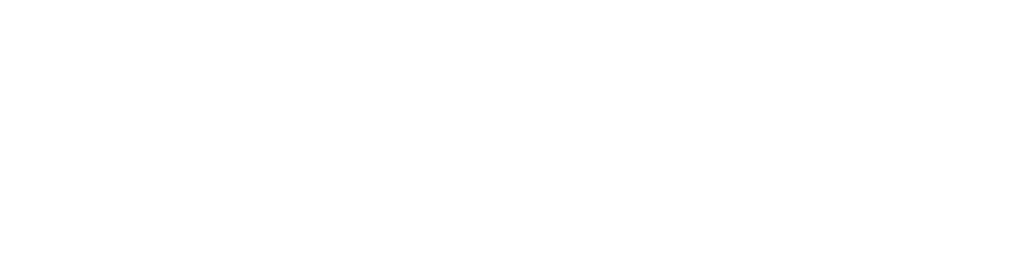
<source format=gbr>
%FSLAX34Y34*%
%MOIN*%
%ADD200C,0.000591*%
%ADD201C,0.000315*%
%ADD202C,0.000787*%
%ADD203C,0.003543*%
%ADD204C,0.000984*%
%ADD205C,0.000394*%
%ADD206C,0.001181*%
G54D200*
X56969Y39764D03*
X55472Y38228D03*
X56929Y38228D03*
X45276Y14961D03*
X55433Y39764D03*
X188701Y39724D03*
X190236Y38228D03*
X188701Y38189D03*
X192677Y44803D03*
X193504Y14016D03*
X205315Y13937D03*
X190197Y41732D03*
X190197Y39764D03*
G54D201*
X53465Y40354D03*
X58858Y40354D03*
X58819Y38583D03*
X53425Y38465D03*
X111772Y40906D03*
X108701Y40906D03*
X108701Y37835D03*
X110236Y39370D03*
X110236Y37835D03*
X111772Y37835D03*
X238543Y40906D03*
X235472Y40906D03*
X235472Y37835D03*
X237008Y39370D03*
X237008Y37835D03*
X238543Y37835D03*
X14134Y40945D03*
X11063Y40945D03*
X11063Y37835D03*
X12598Y39409D03*
X12598Y37835D03*
X14134Y37835D03*
X186811Y40354D03*
X186811Y38543D03*
X71575Y40906D03*
X68465Y40906D03*
X68465Y37835D03*
X70039Y39370D03*
X70039Y37835D03*
X71575Y37835D03*
X146024Y40906D03*
X142953Y40906D03*
X142953Y37835D03*
X144488Y39370D03*
X144488Y37835D03*
X146024Y37835D03*
X192205Y40354D03*
X192165Y38543D03*
X205079Y40906D03*
X202008Y40906D03*
X202008Y37835D03*
X203543Y39370D03*
X203543Y37835D03*
X205079Y37835D03*
G54D202*
X57874Y12598D03*
X129528Y4921D03*
X130236Y20945D03*
X208543Y73346D03*
X70866Y4921D03*
X114409Y22362D03*
X183543Y13622D03*
X40945Y27362D03*
X95079Y2362D03*
X101772Y2362D03*
X180512Y1969D03*
X173819Y1969D03*
X180118Y76378D03*
X173819Y76378D03*
X101378Y76378D03*
X95079Y76378D03*
X133071Y29528D03*
X118110Y29528D03*
X148819Y29528D03*
X160630Y29528D03*
X227756Y21102D03*
X44882Y44488D03*
X41339Y34252D03*
X48425Y34252D03*
X256142Y19764D03*
X277165Y52362D03*
X51654Y46457D03*
X34331Y12598D03*
X89764Y9528D03*
X155512Y51890D03*
X166142Y65394D03*
X31732Y52126D03*
X23622Y65906D03*
X80630Y51890D03*
X74409Y70000D03*
X121260Y65827D03*
X118740Y54488D03*
X121181Y51890D03*
X219843Y61654D03*
X249055Y65906D03*
X222480Y52165D03*
X256929Y52047D03*
X223858Y20787D03*
X215276Y24724D03*
X213150Y11102D03*
X36024Y21102D03*
X146378Y3701D03*
X158504Y26614D03*
X148976Y19606D03*
X134449Y57638D03*
X59921Y11496D03*
G54D203*
X3937Y45276D03*
X3937Y33465D03*
X3937Y3937D03*
X43307Y3937D03*
X177165Y49213D03*
X177165Y29528D03*
X3937Y60236D03*
X3937Y18504D03*
X153543Y3937D03*
X192913Y3937D03*
X291339Y3937D03*
X291339Y18504D03*
X291339Y33465D03*
X291339Y45276D03*
X291339Y60236D03*
X291339Y74803D03*
X244094Y74803D03*
X244094Y3937D03*
X98425Y29528D03*
X43307Y74803D03*
X192913Y74803D03*
X3937Y74803D03*
X82677Y3937D03*
X122047Y3937D03*
X82677Y74803D03*
X98425Y49213D03*
X153543Y74803D03*
X122047Y74803D03*
G54D204*
X270079Y9449D03*
X277953Y15157D03*
X40000Y62677D03*
X66142Y46457D03*
X140709Y45669D03*
X8268Y47638D03*
X106378Y46063D03*
X258583Y62598D03*
X232913Y47559D03*
X199291Y45984D03*
G54D205*
X56929Y41890D03*
X267165Y41496D03*
X267638Y37087D03*
X270157Y37087D03*
X268661Y41654D03*
X270157Y41496D03*
X268898Y37087D03*
G54D206*
X271654Y51969D03*
M02*

</source>
